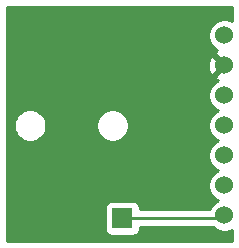
<source format=gbr>
G04 #@! TF.GenerationSoftware,KiCad,Pcbnew,(5.1.5)-3*
G04 #@! TF.CreationDate,2020-12-21T12:38:01+01:00*
G04 #@! TF.ProjectId,epimetheus_tcs34725,6570696d-6574-4686-9575-735f74637333,rev?*
G04 #@! TF.SameCoordinates,Original*
G04 #@! TF.FileFunction,Copper,L2,Bot*
G04 #@! TF.FilePolarity,Positive*
%FSLAX46Y46*%
G04 Gerber Fmt 4.6, Leading zero omitted, Abs format (unit mm)*
G04 Created by KiCad (PCBNEW (5.1.5)-3) date 2020-12-21 12:38:01*
%MOMM*%
%LPD*%
G04 APERTURE LIST*
%ADD10R,1.700000X1.700000*%
%ADD11C,1.524000*%
%ADD12C,0.250000*%
%ADD13C,0.254000*%
G04 APERTURE END LIST*
D10*
X171196000Y-38862000D03*
D11*
X179832000Y-23368000D03*
X179832000Y-25908000D03*
X179832000Y-28448000D03*
X179832000Y-30988000D03*
X179832000Y-33528000D03*
X179832000Y-36068000D03*
X179832000Y-38608000D03*
D12*
X179578000Y-38862000D02*
X179832000Y-38608000D01*
X171196000Y-38862000D02*
X179578000Y-38862000D01*
D13*
G36*
X180442001Y-22108569D02*
G01*
X180239490Y-22024686D01*
X179969592Y-21971000D01*
X179694408Y-21971000D01*
X179424510Y-22024686D01*
X179170273Y-22129995D01*
X178941465Y-22282880D01*
X178746880Y-22477465D01*
X178593995Y-22706273D01*
X178488686Y-22960510D01*
X178435000Y-23230408D01*
X178435000Y-23505592D01*
X178488686Y-23775490D01*
X178593995Y-24029727D01*
X178746880Y-24258535D01*
X178941465Y-24453120D01*
X179170273Y-24606005D01*
X179241943Y-24635692D01*
X179228977Y-24640364D01*
X179113020Y-24702344D01*
X179046040Y-24942435D01*
X179832000Y-25728395D01*
X179846143Y-25714253D01*
X180025748Y-25893858D01*
X180011605Y-25908000D01*
X180025748Y-25922143D01*
X179846143Y-26101748D01*
X179832000Y-26087605D01*
X179046040Y-26873565D01*
X179113020Y-27113656D01*
X179248760Y-27177485D01*
X179170273Y-27209995D01*
X178941465Y-27362880D01*
X178746880Y-27557465D01*
X178593995Y-27786273D01*
X178488686Y-28040510D01*
X178435000Y-28310408D01*
X178435000Y-28585592D01*
X178488686Y-28855490D01*
X178593995Y-29109727D01*
X178746880Y-29338535D01*
X178941465Y-29533120D01*
X179170273Y-29686005D01*
X179247515Y-29718000D01*
X179170273Y-29749995D01*
X178941465Y-29902880D01*
X178746880Y-30097465D01*
X178593995Y-30326273D01*
X178488686Y-30580510D01*
X178435000Y-30850408D01*
X178435000Y-31125592D01*
X178488686Y-31395490D01*
X178593995Y-31649727D01*
X178746880Y-31878535D01*
X178941465Y-32073120D01*
X179170273Y-32226005D01*
X179247515Y-32258000D01*
X179170273Y-32289995D01*
X178941465Y-32442880D01*
X178746880Y-32637465D01*
X178593995Y-32866273D01*
X178488686Y-33120510D01*
X178435000Y-33390408D01*
X178435000Y-33665592D01*
X178488686Y-33935490D01*
X178593995Y-34189727D01*
X178746880Y-34418535D01*
X178941465Y-34613120D01*
X179170273Y-34766005D01*
X179247515Y-34798000D01*
X179170273Y-34829995D01*
X178941465Y-34982880D01*
X178746880Y-35177465D01*
X178593995Y-35406273D01*
X178488686Y-35660510D01*
X178435000Y-35930408D01*
X178435000Y-36205592D01*
X178488686Y-36475490D01*
X178593995Y-36729727D01*
X178746880Y-36958535D01*
X178941465Y-37153120D01*
X179170273Y-37306005D01*
X179247515Y-37338000D01*
X179170273Y-37369995D01*
X178941465Y-37522880D01*
X178746880Y-37717465D01*
X178593995Y-37946273D01*
X178529490Y-38102000D01*
X172684072Y-38102000D01*
X172684072Y-38012000D01*
X172671812Y-37887518D01*
X172635502Y-37767820D01*
X172576537Y-37657506D01*
X172497185Y-37560815D01*
X172400494Y-37481463D01*
X172290180Y-37422498D01*
X172170482Y-37386188D01*
X172046000Y-37373928D01*
X170346000Y-37373928D01*
X170221518Y-37386188D01*
X170101820Y-37422498D01*
X169991506Y-37481463D01*
X169894815Y-37560815D01*
X169815463Y-37657506D01*
X169756498Y-37767820D01*
X169720188Y-37887518D01*
X169707928Y-38012000D01*
X169707928Y-39712000D01*
X169720188Y-39836482D01*
X169756498Y-39956180D01*
X169815463Y-40066494D01*
X169894815Y-40163185D01*
X169991506Y-40242537D01*
X170101820Y-40301502D01*
X170221518Y-40337812D01*
X170346000Y-40350072D01*
X172046000Y-40350072D01*
X172170482Y-40337812D01*
X172290180Y-40301502D01*
X172400494Y-40242537D01*
X172497185Y-40163185D01*
X172576537Y-40066494D01*
X172635502Y-39956180D01*
X172671812Y-39836482D01*
X172684072Y-39712000D01*
X172684072Y-39622000D01*
X178870345Y-39622000D01*
X178941465Y-39693120D01*
X179170273Y-39846005D01*
X179424510Y-39951314D01*
X179694408Y-40005000D01*
X179969592Y-40005000D01*
X180239490Y-39951314D01*
X180442000Y-39867431D01*
X180442000Y-40742000D01*
X161442000Y-40742000D01*
X161442000Y-30851589D01*
X161988000Y-30851589D01*
X161988000Y-31124411D01*
X162041225Y-31391989D01*
X162145629Y-31644043D01*
X162297201Y-31870886D01*
X162490114Y-32063799D01*
X162716957Y-32215371D01*
X162969011Y-32319775D01*
X163236589Y-32373000D01*
X163509411Y-32373000D01*
X163776989Y-32319775D01*
X164029043Y-32215371D01*
X164255886Y-32063799D01*
X164448799Y-31870886D01*
X164600371Y-31644043D01*
X164704775Y-31391989D01*
X164758000Y-31124411D01*
X164758000Y-30851589D01*
X168988000Y-30851589D01*
X168988000Y-31124411D01*
X169041225Y-31391989D01*
X169145629Y-31644043D01*
X169297201Y-31870886D01*
X169490114Y-32063799D01*
X169716957Y-32215371D01*
X169969011Y-32319775D01*
X170236589Y-32373000D01*
X170509411Y-32373000D01*
X170776989Y-32319775D01*
X171029043Y-32215371D01*
X171255886Y-32063799D01*
X171448799Y-31870886D01*
X171600371Y-31644043D01*
X171704775Y-31391989D01*
X171758000Y-31124411D01*
X171758000Y-30851589D01*
X171704775Y-30584011D01*
X171600371Y-30331957D01*
X171448799Y-30105114D01*
X171255886Y-29912201D01*
X171029043Y-29760629D01*
X170776989Y-29656225D01*
X170509411Y-29603000D01*
X170236589Y-29603000D01*
X169969011Y-29656225D01*
X169716957Y-29760629D01*
X169490114Y-29912201D01*
X169297201Y-30105114D01*
X169145629Y-30331957D01*
X169041225Y-30584011D01*
X168988000Y-30851589D01*
X164758000Y-30851589D01*
X164704775Y-30584011D01*
X164600371Y-30331957D01*
X164448799Y-30105114D01*
X164255886Y-29912201D01*
X164029043Y-29760629D01*
X163776989Y-29656225D01*
X163509411Y-29603000D01*
X163236589Y-29603000D01*
X162969011Y-29656225D01*
X162716957Y-29760629D01*
X162490114Y-29912201D01*
X162297201Y-30105114D01*
X162145629Y-30331957D01*
X162041225Y-30584011D01*
X161988000Y-30851589D01*
X161442000Y-30851589D01*
X161442000Y-25980017D01*
X178430090Y-25980017D01*
X178471078Y-26252133D01*
X178564364Y-26511023D01*
X178626344Y-26626980D01*
X178866435Y-26693960D01*
X179652395Y-25908000D01*
X178866435Y-25122040D01*
X178626344Y-25189020D01*
X178509244Y-25438048D01*
X178442977Y-25705135D01*
X178430090Y-25980017D01*
X161442000Y-25980017D01*
X161442000Y-20980000D01*
X180442001Y-20980000D01*
X180442001Y-22108569D01*
G37*
X180442001Y-22108569D02*
X180239490Y-22024686D01*
X179969592Y-21971000D01*
X179694408Y-21971000D01*
X179424510Y-22024686D01*
X179170273Y-22129995D01*
X178941465Y-22282880D01*
X178746880Y-22477465D01*
X178593995Y-22706273D01*
X178488686Y-22960510D01*
X178435000Y-23230408D01*
X178435000Y-23505592D01*
X178488686Y-23775490D01*
X178593995Y-24029727D01*
X178746880Y-24258535D01*
X178941465Y-24453120D01*
X179170273Y-24606005D01*
X179241943Y-24635692D01*
X179228977Y-24640364D01*
X179113020Y-24702344D01*
X179046040Y-24942435D01*
X179832000Y-25728395D01*
X179846143Y-25714253D01*
X180025748Y-25893858D01*
X180011605Y-25908000D01*
X180025748Y-25922143D01*
X179846143Y-26101748D01*
X179832000Y-26087605D01*
X179046040Y-26873565D01*
X179113020Y-27113656D01*
X179248760Y-27177485D01*
X179170273Y-27209995D01*
X178941465Y-27362880D01*
X178746880Y-27557465D01*
X178593995Y-27786273D01*
X178488686Y-28040510D01*
X178435000Y-28310408D01*
X178435000Y-28585592D01*
X178488686Y-28855490D01*
X178593995Y-29109727D01*
X178746880Y-29338535D01*
X178941465Y-29533120D01*
X179170273Y-29686005D01*
X179247515Y-29718000D01*
X179170273Y-29749995D01*
X178941465Y-29902880D01*
X178746880Y-30097465D01*
X178593995Y-30326273D01*
X178488686Y-30580510D01*
X178435000Y-30850408D01*
X178435000Y-31125592D01*
X178488686Y-31395490D01*
X178593995Y-31649727D01*
X178746880Y-31878535D01*
X178941465Y-32073120D01*
X179170273Y-32226005D01*
X179247515Y-32258000D01*
X179170273Y-32289995D01*
X178941465Y-32442880D01*
X178746880Y-32637465D01*
X178593995Y-32866273D01*
X178488686Y-33120510D01*
X178435000Y-33390408D01*
X178435000Y-33665592D01*
X178488686Y-33935490D01*
X178593995Y-34189727D01*
X178746880Y-34418535D01*
X178941465Y-34613120D01*
X179170273Y-34766005D01*
X179247515Y-34798000D01*
X179170273Y-34829995D01*
X178941465Y-34982880D01*
X178746880Y-35177465D01*
X178593995Y-35406273D01*
X178488686Y-35660510D01*
X178435000Y-35930408D01*
X178435000Y-36205592D01*
X178488686Y-36475490D01*
X178593995Y-36729727D01*
X178746880Y-36958535D01*
X178941465Y-37153120D01*
X179170273Y-37306005D01*
X179247515Y-37338000D01*
X179170273Y-37369995D01*
X178941465Y-37522880D01*
X178746880Y-37717465D01*
X178593995Y-37946273D01*
X178529490Y-38102000D01*
X172684072Y-38102000D01*
X172684072Y-38012000D01*
X172671812Y-37887518D01*
X172635502Y-37767820D01*
X172576537Y-37657506D01*
X172497185Y-37560815D01*
X172400494Y-37481463D01*
X172290180Y-37422498D01*
X172170482Y-37386188D01*
X172046000Y-37373928D01*
X170346000Y-37373928D01*
X170221518Y-37386188D01*
X170101820Y-37422498D01*
X169991506Y-37481463D01*
X169894815Y-37560815D01*
X169815463Y-37657506D01*
X169756498Y-37767820D01*
X169720188Y-37887518D01*
X169707928Y-38012000D01*
X169707928Y-39712000D01*
X169720188Y-39836482D01*
X169756498Y-39956180D01*
X169815463Y-40066494D01*
X169894815Y-40163185D01*
X169991506Y-40242537D01*
X170101820Y-40301502D01*
X170221518Y-40337812D01*
X170346000Y-40350072D01*
X172046000Y-40350072D01*
X172170482Y-40337812D01*
X172290180Y-40301502D01*
X172400494Y-40242537D01*
X172497185Y-40163185D01*
X172576537Y-40066494D01*
X172635502Y-39956180D01*
X172671812Y-39836482D01*
X172684072Y-39712000D01*
X172684072Y-39622000D01*
X178870345Y-39622000D01*
X178941465Y-39693120D01*
X179170273Y-39846005D01*
X179424510Y-39951314D01*
X179694408Y-40005000D01*
X179969592Y-40005000D01*
X180239490Y-39951314D01*
X180442000Y-39867431D01*
X180442000Y-40742000D01*
X161442000Y-40742000D01*
X161442000Y-30851589D01*
X161988000Y-30851589D01*
X161988000Y-31124411D01*
X162041225Y-31391989D01*
X162145629Y-31644043D01*
X162297201Y-31870886D01*
X162490114Y-32063799D01*
X162716957Y-32215371D01*
X162969011Y-32319775D01*
X163236589Y-32373000D01*
X163509411Y-32373000D01*
X163776989Y-32319775D01*
X164029043Y-32215371D01*
X164255886Y-32063799D01*
X164448799Y-31870886D01*
X164600371Y-31644043D01*
X164704775Y-31391989D01*
X164758000Y-31124411D01*
X164758000Y-30851589D01*
X168988000Y-30851589D01*
X168988000Y-31124411D01*
X169041225Y-31391989D01*
X169145629Y-31644043D01*
X169297201Y-31870886D01*
X169490114Y-32063799D01*
X169716957Y-32215371D01*
X169969011Y-32319775D01*
X170236589Y-32373000D01*
X170509411Y-32373000D01*
X170776989Y-32319775D01*
X171029043Y-32215371D01*
X171255886Y-32063799D01*
X171448799Y-31870886D01*
X171600371Y-31644043D01*
X171704775Y-31391989D01*
X171758000Y-31124411D01*
X171758000Y-30851589D01*
X171704775Y-30584011D01*
X171600371Y-30331957D01*
X171448799Y-30105114D01*
X171255886Y-29912201D01*
X171029043Y-29760629D01*
X170776989Y-29656225D01*
X170509411Y-29603000D01*
X170236589Y-29603000D01*
X169969011Y-29656225D01*
X169716957Y-29760629D01*
X169490114Y-29912201D01*
X169297201Y-30105114D01*
X169145629Y-30331957D01*
X169041225Y-30584011D01*
X168988000Y-30851589D01*
X164758000Y-30851589D01*
X164704775Y-30584011D01*
X164600371Y-30331957D01*
X164448799Y-30105114D01*
X164255886Y-29912201D01*
X164029043Y-29760629D01*
X163776989Y-29656225D01*
X163509411Y-29603000D01*
X163236589Y-29603000D01*
X162969011Y-29656225D01*
X162716957Y-29760629D01*
X162490114Y-29912201D01*
X162297201Y-30105114D01*
X162145629Y-30331957D01*
X162041225Y-30584011D01*
X161988000Y-30851589D01*
X161442000Y-30851589D01*
X161442000Y-25980017D01*
X178430090Y-25980017D01*
X178471078Y-26252133D01*
X178564364Y-26511023D01*
X178626344Y-26626980D01*
X178866435Y-26693960D01*
X179652395Y-25908000D01*
X178866435Y-25122040D01*
X178626344Y-25189020D01*
X178509244Y-25438048D01*
X178442977Y-25705135D01*
X178430090Y-25980017D01*
X161442000Y-25980017D01*
X161442000Y-20980000D01*
X180442001Y-20980000D01*
X180442001Y-22108569D01*
M02*

</source>
